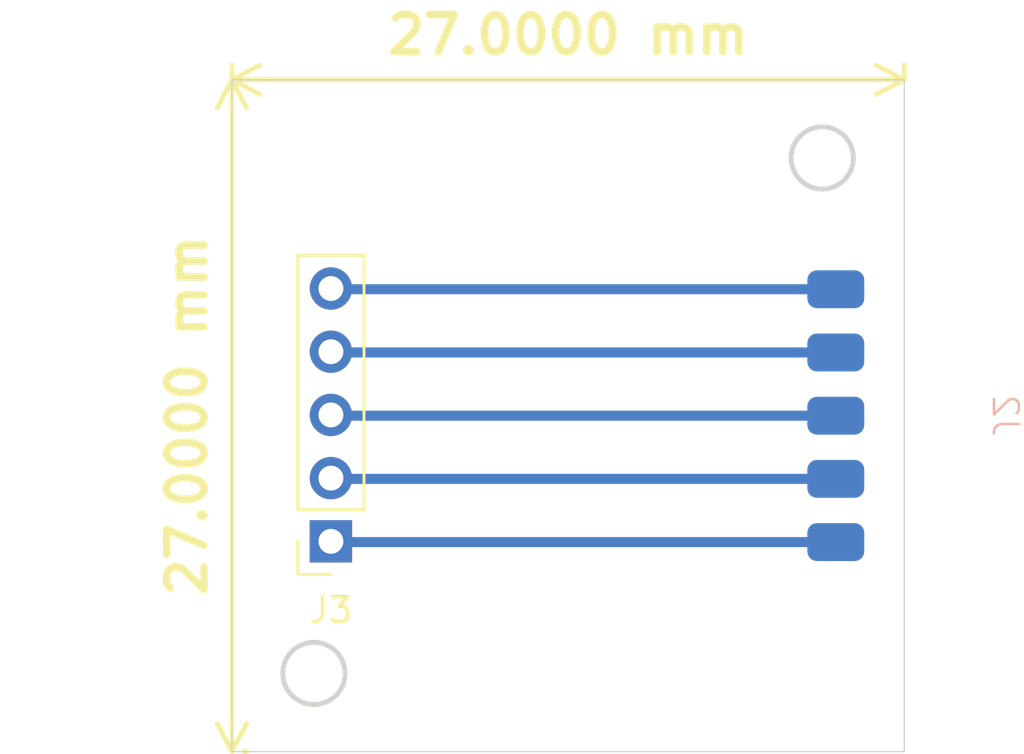
<source format=kicad_pcb>
(kicad_pcb (version 20240108) (generator "pcbnew") (generator_version "8.0")
  (layers (0 "F.Cu" signal) (31 "B.Cu" signal) (34 "B.Paste" user) (35 "F.Paste" user) (36 "B.SilkS" user "B.Silkscreen") (37 "F.SilkS" user "F.Silkscreen") (38 "B.Mask" user) (39 "F.Mask" user) (44 "Edge.Cuts" user))
  (net 0 "")
  (net 1 "+3.3V")
  (net 2 "GND")
  (net 3 "ANALOG")
  (net 4 "H_SDA")
  (net 5 "H_SCL")
  (footprint "Connector_PinSocket_2.54mm:PinSocket_1x05_P2.54mm_Vertical" (layer "F.Cu") (at 166.475 88.05 180)
    (property "Reference" "J3" (at 0 -2.77 0) (layer "F.SilkS"))
    (property "Value" "OUTPUT")
    (fp_line (start 1.33 1.27) (end 1.33 11.49) (stroke (width 0.12)) (layer "F.SilkS"))
    (fp_line (start 1.33 -1.33) (end 1.33 0) (stroke (width 0.12)) (layer "F.SilkS"))
    (fp_line (start 0 -1.33) (end 1.33 -1.33) (stroke (width 0.12)) (layer "F.SilkS"))
    (fp_line (start -1.33 11.49) (end 1.33 11.49) (stroke (width 0.12)) (layer "F.SilkS"))
    (fp_line (start -1.33 1.27) (end 1.33 1.27) (stroke (width 0.12)) (layer "F.SilkS"))
    (fp_line (start -1.33 1.27) (end -1.33 11.49) (stroke (width 0.12)) (layer "F.SilkS"))
    (pad "1" thru_hole rect (at 0 0 180) (size 1.7 1.7) (drill 1) (layers "*.Cu" "*.Mask") (net 4 "H_SDA"))
    (pad "2" thru_hole oval (at 0 2.54 180) (size 1.7 1.7) (drill 1) (layers "*.Cu" "*.Mask") (net 5 "H_SCL"))
    (pad "3" thru_hole oval (at 0 5.08 180) (size 1.7 1.7) (drill 1) (layers "*.Cu" "*.Mask") (net 3 "ANALOG"))
    (pad "4" thru_hole oval (at 0 7.62 180) (size 1.7 1.7) (drill 1) (layers "*.Cu" "*.Mask") (net 2 "GND"))
    (pad "5" thru_hole oval (at 0 10.16 180) (size 1.7 1.7) (drill 1) (layers "*.Cu" "*.Mask") (net 1 "+3.3V"))
  )
  (footprint "Connector_SMD:1x05_2.54mm_P" (layer "B.Cu") (at 186.75 83 90)
    (property "Reference" "J2" (at 0 6.81 -90) (layer "B.SilkS") (effects (font (thickness 0.1)) (justify mirror)))
    (property "Value" "INPUT")
    (pad "1" smd roundrect (at -5.08 0) (size 2.286 1.524) (layers "B.Cu" "B.Paste" "B.Mask") (net 4 "H_SDA"))
    (pad "2" smd roundrect (at -2.54 0) (size 2.286 1.524) (layers "B.Cu" "B.Paste" "B.Mask") (net 5 "H_SCL"))
    (pad "3" smd roundrect (at 0 0) (size 2.286 1.524) (layers "B.Cu" "B.Paste" "B.Mask") (net 3 "ANALOG"))
    (pad "4" smd roundrect (at 2.54 0) (size 2.286 1.524) (layers "B.Cu" "B.Paste" "B.Mask") (net 2 "GND"))
    (pad "5" smd roundrect (at 5.08 0) (size 2.286 1.524) (layers "B.Cu" "B.Paste" "B.Mask") (net 1 "+3.3V"))
  )
  (gr_circle (center 165.793 93.357) (end 167.043 93.357) (stroke (width 0.2)) (fill none) (layer "Edge.Cuts"))
  (gr_circle (center 186.207 72.643) (end 187.457 72.643) (stroke (width 0.2)) (fill none) (layer "Edge.Cuts"))
  (gr_rect (start 162.5 69.5) (end 189.5 96.5) (stroke (width 0.05)) (fill none) (layer "Edge.Cuts"))
  (dimension (type aligned) (layer "F.SilkS") (pts (xy 162.5 70) (xy 189.5 70)) (height -0.5) (gr_text "1062.9921 mils" (at 176 67.7 0) (layer "F.SilkS") (effects (font (size 1.5 1.5) (thickness 0.3)))) (format (prefix "") (suffix "") (units 3) (units_format 1) (precision 4)) (style (thickness 0.2) (arrow_length 1.27) (text_position_mode 0) (extension_height 0.58642) (extension_offset 0.5) keep_text_aligned))
  (dimension (type aligned) (layer "F.SilkS") (pts (xy 162.5 69.5) (xy 162.5 96.5)) (height 0) (gr_text "1062.9921 mils" (at 160.7 83 90) (layer "F.SilkS") (effects (font (size 1.5 1.5) (thickness 0.3)))) (format (prefix "") (suffix "") (units 3) (units_format 1) (precision 4)) (style (thickness 0.2) (arrow_length 1.27) (text_position_mode 0) (extension_height 0.58642) (extension_offset 0.5) keep_text_aligned))
  (segment (start 166.505 77.92) (end 166.475 77.89) (width 0.4064) (layer "B.Cu") (net 1))
  (segment (start 186.855 77.92) (end 166.505 77.92) (width 0.4064) (layer "B.Cu") (net 1))
  (segment (start 186.855 80.46) (end 166.505 80.46) (width 0.4064) (layer "B.Cu") (net 2))
  (segment (start 166.505 80.46) (end 166.475 80.43) (width 0.4064) (layer "B.Cu") (net 2))
  (segment (start 186.855 83) (end 166.505 83) (width 0.4064) (layer "B.Cu") (net 3))
  (segment (start 186.855 88.08) (end 166.505 88.08) (width 0.4064) (layer "B.Cu") (net 4))
  (segment (start 186.855 85.54) (end 166.505 85.54) (width 0.4064) (layer "B.Cu") (net 5))
)
</source>
